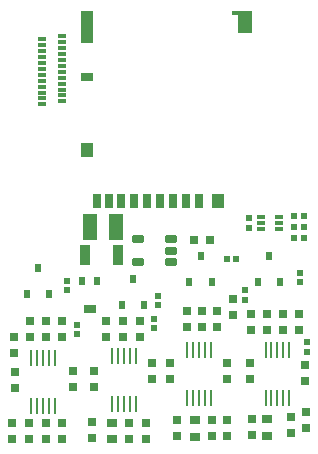
<source format=gbr>
%TF.GenerationSoftware,Altium Limited,Altium Designer,21.4.1 (30)*%
G04 Layer_Color=128*
%FSLAX45Y45*%
%MOMM*%
%TF.SameCoordinates,F4A6E2B2-E63A-418B-8CEE-B9A354165880*%
%TF.FilePolarity,Positive*%
%TF.FileFunction,Paste,Bot*%
%TF.Part,Single*%
G01*
G75*
%TA.AperFunction,SMDPad,CuDef*%
%ADD18R,0.70000X0.80000*%
%ADD29R,0.80000X0.70000*%
%ADD30R,0.52000X0.52000*%
%ADD31R,0.50000X0.52000*%
%ADD33R,0.52000X0.50000*%
%ADD37R,0.52000X0.52000*%
%TA.AperFunction,ConnectorPad*%
%ADD78R,0.70000X0.30000*%
%TA.AperFunction,SMDPad,CuDef*%
%ADD79R,0.55000X0.80000*%
%ADD80R,1.25000X2.20000*%
%ADD81R,0.80000X0.65000*%
%ADD82R,1.30000X1.90000*%
%ADD83R,1.00000X2.80000*%
%ADD84R,1.00000X1.20000*%
%ADD85R,1.00000X1.20000*%
%ADD86R,0.70000X1.20000*%
%ADD87R,1.00000X0.80000*%
%ADD88R,0.65000X0.35000*%
%ADD89O,0.25000X1.45000*%
%ADD90R,0.90000X0.70000*%
G04:AMPARAMS|DCode=91|XSize=0.6mm|YSize=1mm|CornerRadius=0.051mm|HoleSize=0mm|Usage=FLASHONLY|Rotation=90.000|XOffset=0mm|YOffset=0mm|HoleType=Round|Shape=RoundedRectangle|*
%AMROUNDEDRECTD91*
21,1,0.60000,0.89800,0,0,90.0*
21,1,0.49800,1.00000,0,0,90.0*
1,1,0.10200,0.44900,0.24900*
1,1,0.10200,0.44900,-0.24900*
1,1,0.10200,-0.44900,-0.24900*
1,1,0.10200,-0.44900,0.24900*
%
%ADD91ROUNDEDRECTD91*%
%ADD92R,0.95000X1.70000*%
%ADD93R,0.60000X0.80000*%
%ADD94R,1.00000X0.70000*%
%TA.AperFunction,NonConductor*%
%ADD95R,0.52000X0.39000*%
D18*
X1634500Y1917000D02*
D03*
X1769500D02*
D03*
D29*
X516641Y237300D02*
D03*
Y372300D02*
D03*
X95500D02*
D03*
Y237300D02*
D03*
X1910600Y880900D02*
D03*
Y745900D02*
D03*
X1489200Y392500D02*
D03*
Y257500D02*
D03*
X606200Y810500D02*
D03*
Y675500D02*
D03*
X1910000Y392500D02*
D03*
Y257500D02*
D03*
X1280000Y880500D02*
D03*
Y745500D02*
D03*
X770000Y242500D02*
D03*
Y377500D02*
D03*
X1229180Y237500D02*
D03*
Y372500D02*
D03*
X2579100Y464600D02*
D03*
Y329600D02*
D03*
X2120900Y267500D02*
D03*
Y402500D02*
D03*
X2574700Y730700D02*
D03*
Y865700D02*
D03*
D30*
X555400Y1496500D02*
D03*
Y1576500D02*
D03*
X642620Y1120780D02*
D03*
Y1200780D02*
D03*
X2065800Y1413900D02*
D03*
Y1493900D02*
D03*
X1332400Y1448100D02*
D03*
Y1368100D02*
D03*
X1292500Y1171100D02*
D03*
Y1251100D02*
D03*
X2530000Y1643000D02*
D03*
Y1563000D02*
D03*
X2586900Y1053100D02*
D03*
Y973100D02*
D03*
D31*
X2562000Y1937400D02*
D03*
X2478000D02*
D03*
X2562000Y2027400D02*
D03*
X2478000D02*
D03*
X2562000Y2119400D02*
D03*
X2478000D02*
D03*
D33*
X2099660Y2025400D02*
D03*
Y2109400D02*
D03*
D37*
X1912000Y1760000D02*
D03*
X1992000D02*
D03*
D78*
X516000Y3094000D02*
D03*
X346000Y3619000D02*
D03*
X516000Y3144000D02*
D03*
Y3194000D02*
D03*
Y3244000D02*
D03*
Y3294000D02*
D03*
Y3344000D02*
D03*
Y3394000D02*
D03*
Y3444000D02*
D03*
Y3494000D02*
D03*
Y3544000D02*
D03*
Y3594000D02*
D03*
Y3644000D02*
D03*
X346000Y3569000D02*
D03*
Y3519000D02*
D03*
Y3469000D02*
D03*
Y3419000D02*
D03*
Y3369000D02*
D03*
Y3319000D02*
D03*
Y3269000D02*
D03*
Y3219000D02*
D03*
Y3169000D02*
D03*
Y3119000D02*
D03*
Y3069000D02*
D03*
D79*
X1785000Y1566000D02*
D03*
X1595000D02*
D03*
X1690000Y1786000D02*
D03*
X314160Y1682260D02*
D03*
X219160Y1462260D02*
D03*
X409160D02*
D03*
X2270760Y1788940D02*
D03*
X2175760Y1568940D02*
D03*
X2365760D02*
D03*
X1117600Y1588280D02*
D03*
X1022600Y1368280D02*
D03*
X1212600D02*
D03*
D80*
X976977Y2029492D02*
D03*
X756977D02*
D03*
D81*
X2104321Y880500D02*
D03*
Y745500D02*
D03*
X235837Y372300D02*
D03*
Y237300D02*
D03*
X113000Y1098500D02*
D03*
Y963500D02*
D03*
X243165Y1236840D02*
D03*
Y1101840D02*
D03*
X380671D02*
D03*
Y1236840D02*
D03*
X380000Y372300D02*
D03*
Y237300D02*
D03*
X1430000Y745500D02*
D03*
Y880500D02*
D03*
X1785140Y392500D02*
D03*
Y257500D02*
D03*
X1960880Y1418780D02*
D03*
Y1283780D02*
D03*
X1700000Y1315500D02*
D03*
Y1180500D02*
D03*
X1827000Y1315500D02*
D03*
Y1180500D02*
D03*
X1573000Y1315500D02*
D03*
Y1180500D02*
D03*
X515620Y1100900D02*
D03*
Y1235900D02*
D03*
X1177020Y1230500D02*
D03*
Y1095500D02*
D03*
X784100Y814700D02*
D03*
Y679700D02*
D03*
X1032240Y1095500D02*
D03*
Y1230500D02*
D03*
X890000Y1095500D02*
D03*
Y1230500D02*
D03*
X2118360Y1290180D02*
D03*
Y1155180D02*
D03*
X2389288Y1290180D02*
D03*
Y1155180D02*
D03*
X2253832Y1290180D02*
D03*
Y1155180D02*
D03*
X2521700Y1290500D02*
D03*
Y1155500D02*
D03*
X2455169Y420821D02*
D03*
Y285821D02*
D03*
X1086391Y372500D02*
D03*
Y237500D02*
D03*
X117000Y803500D02*
D03*
Y668500D02*
D03*
D82*
X2064100Y3764500D02*
D03*
D83*
X730000Y3719500D02*
D03*
D84*
Y2684500D02*
D03*
D85*
X1835000Y2254500D02*
D03*
D86*
X815000D02*
D03*
X910000D02*
D03*
X1020000D02*
D03*
X1130000D02*
D03*
X1240000D02*
D03*
X1350000D02*
D03*
X1460000D02*
D03*
X1570000D02*
D03*
X1680000D02*
D03*
D87*
X730000Y3304500D02*
D03*
D88*
X2197500Y2117400D02*
D03*
Y2067400D02*
D03*
Y2017400D02*
D03*
X2352500D02*
D03*
Y2067400D02*
D03*
Y2117400D02*
D03*
D89*
X2240000Y989900D02*
D03*
X2290000D02*
D03*
X2340000D02*
D03*
X2390000D02*
D03*
X2440000D02*
D03*
X2240000Y584900D02*
D03*
X2290000D02*
D03*
X2340000D02*
D03*
X2390000D02*
D03*
X2440000D02*
D03*
X1576400Y989900D02*
D03*
X1626400D02*
D03*
X1676400D02*
D03*
X1726400D02*
D03*
X1776400D02*
D03*
X1576400Y584900D02*
D03*
X1626400D02*
D03*
X1676400D02*
D03*
X1726400D02*
D03*
X1776400D02*
D03*
X941400Y939100D02*
D03*
X991400D02*
D03*
X1041400D02*
D03*
X1091400D02*
D03*
X1141400D02*
D03*
X941400Y534100D02*
D03*
X991400D02*
D03*
X1041400D02*
D03*
X1091400D02*
D03*
X1141400D02*
D03*
X256574Y922500D02*
D03*
X306574D02*
D03*
X356574D02*
D03*
X406574D02*
D03*
X456574D02*
D03*
X256574Y517500D02*
D03*
X306574D02*
D03*
X356574D02*
D03*
X406574D02*
D03*
X456574D02*
D03*
D90*
X2250440Y405000D02*
D03*
Y265000D02*
D03*
X1642900Y395000D02*
D03*
Y255000D02*
D03*
X943644Y375000D02*
D03*
Y235000D02*
D03*
D91*
X1162500Y1925000D02*
D03*
Y1735000D02*
D03*
X1437500D02*
D03*
Y1830000D02*
D03*
Y1925000D02*
D03*
D92*
X710019Y1790019D02*
D03*
X990018D02*
D03*
D93*
X815000Y1569600D02*
D03*
X685000D02*
D03*
D94*
X750000Y1334600D02*
D03*
D95*
X1978200Y3839992D02*
D03*
%TF.MD5,6e89dd609a28b79e406cd28907a6b863*%
M02*

</source>
